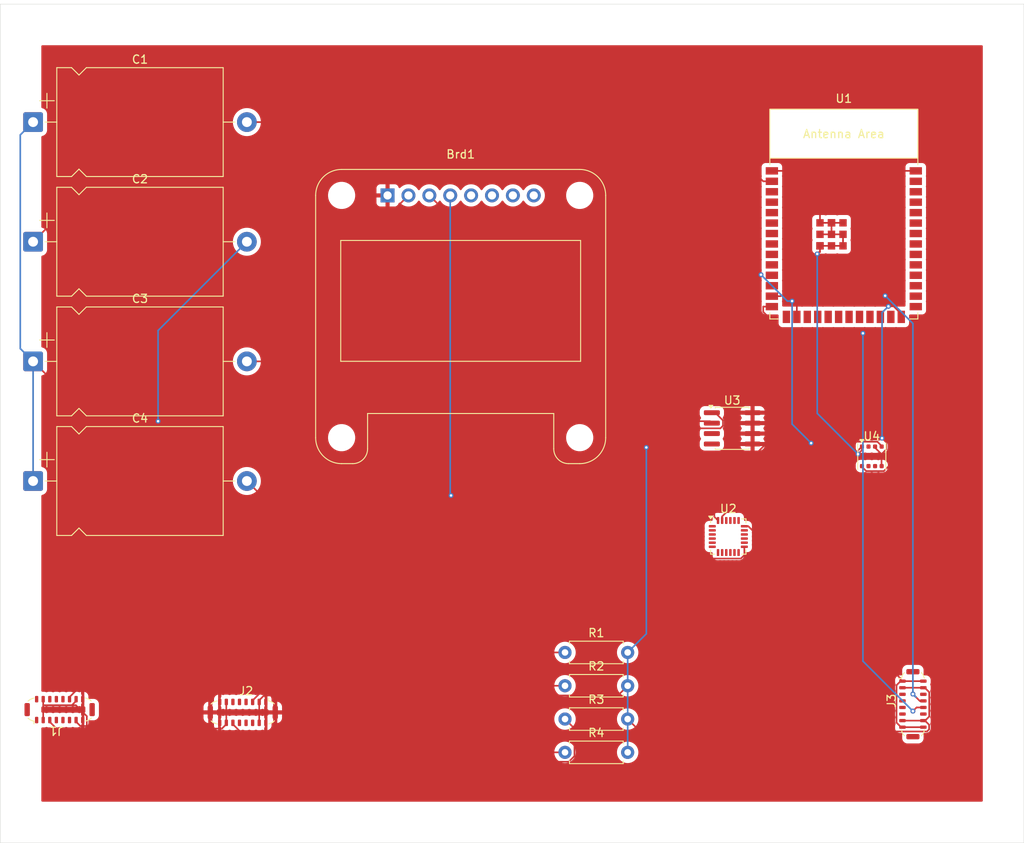
<source format=kicad_pcb>
(kicad_pcb (version 20241229) (generator "pcbnew") (generator_version "9.0")
  (layers (0 "F.Cu" signal) (2 "B.Cu" signal) (13 "F.Paste" user) (15 "B.Paste" user) (5 "F.SilkS" user "F.Silkscreen") (7 "B.SilkS" user "B.Silkscreen") (1 "F.Mask" user) (3 "B.Mask" user) (25 "Edge.Cuts" user))
  (net 0 "")
  (net 1 "Net-(Brd1-VCC)")
  (net 2 "Net-(Brd1-GND)")
  (net 3 "Net-(Brd1-SCL)")
  (net 4 "Net-(Brd1-SDA)")
  (net 5 "Net-(U1-3V3)")
  (net 6 "Net-(U3-OUT)")
  (net 7 "Net-(U4-VDD)")
  (net 8 "Net-(U2-VDD)")
  (net 9 "Net-(J1-CC2)")
  (net 10 "Net-(J2-CC1)")
  (net 11 "Net-(J1-CC1)")
  (net 26 "Net-(J2-CC2)")
  (net 35 "Net-(U1-GPIO19{slash}U1RTS{slash}ADC2_CH8{slash}CLK_OUT2{slash}USB_D-)")
  (net 50 "Net-(U1-GPIO20{slash}U1CTS{slash}ADC2_CH9{slash}CLK_OUT1{slash}USB_D+)")
  (net 78 "Net-(U2-GND)")
  (net 79 "Net-(U3-VIN)")
  (footprint "Connector_USB:USB_C_Plug_ShenzhenJingTuoJin_918-118A2021Y40002_Vertical" (layer "F.Cu") (at 57 136.14 -90)
    (property "Reference" "J2" (at -2.6 -0.4 0) (layer "F.SilkS"))
    (property "Value" "USB_C_Receptacle_down")
    (pad "A1" smd roundrect (at -1.27 -2.8) (size 0.4 0.79) (layers "F.Cu" "F.Mask" "F.Paste") (net 2 "Net-(Brd1-GND)"))
    (pad "A4" smd roundrect (at -1.27 -2) (size 0.4 0.79) (layers "F.Cu" "F.Mask" "F.Paste") (net 79 "Net-(U3-VIN)"))
    (pad "A5" smd roundrect (at -1.27 -1.2) (size 0.4 0.79) (layers "F.Cu" "F.Mask" "F.Paste") (net 10 "Net-(J2-CC1)"))
    (pad "A6" smd roundrect (at -1.27 -0.4) (size 0.4 0.79) (layers "F.Cu" "F.Mask" "F.Paste"))
    (pad "A7" smd roundrect (at -1.27 0.4) (size 0.4 0.79) (layers "F.Cu" "F.Mask" "F.Paste"))
    (pad "A8" smd roundrect (at -1.27 1.2) (size 0.4 0.79) (layers "F.Cu" "F.Mask" "F.Paste"))
    (pad "A9" smd roundrect (at -1.27 2) (size 0.4 0.79) (layers "F.Cu" "F.Mask" "F.Paste") (net 79 "Net-(U3-VIN)"))
    (pad "A12" smd roundrect (at -1.27 2.8) (size 0.4 0.79) (layers "F.Cu" "F.Mask" "F.Paste") (net 2 "Net-(Brd1-GND)"))
    (pad "B1" smd roundrect (at 1.27 2.8) (size 0.4 0.79) (layers "F.Cu" "F.Mask" "F.Paste") (net 2 "Net-(Brd1-GND)"))
    (pad "B4" smd roundrect (at 1.27 2) (size 0.4 0.79) (layers "F.Cu" "F.Mask" "F.Paste") (net 79 "Net-(U3-VIN)"))
    (pad "B5" smd roundrect (at 1.27 1.2) (size 0.4 0.79) (layers "F.Cu" "F.Mask" "F.Paste") (net 26 "Net-(J2-CC2)"))
    (pad "B6" smd roundrect (at 1.27 0.4) (size 0.4 0.79) (layers "F.Cu" "F.Mask" "F.Paste"))
    (pad "B7" smd roundrect (at 1.27 -0.4) (size 0.4 0.79) (layers "F.Cu" "F.Mask" "F.Paste"))
    (pad "B8" smd roundrect (at 1.27 -1.2) (size 0.4 0.79) (layers "F.Cu" "F.Mask" "F.Paste"))
    (pad "B9" smd roundrect (at 1.27 -2) (size 0.4 0.79) (layers "F.Cu" "F.Mask" "F.Paste") (net 79 "Net-(U3-VIN)"))
    (pad "B12" smd roundrect (at 1.27 -2.8) (size 0.4 0.79) (layers "F.Cu" "F.Mask" "F.Paste") (net 2 "Net-(Brd1-GND)"))
    (pad "S1" smd roundrect (at 0 -3.95) (size 0.65 1.6) (layers "F.Cu" "F.Mask" "F.Paste") (net 2 "Net-(Brd1-GND)"))
    (pad "S1" smd roundrect (at 0 3.95) (size 0.65 1.6) (layers "F.Cu" "F.Mask" "F.Paste") (net 2 "Net-(Brd1-GND)"))
  )
  (footprint "Sensor_Motion:InvenSense_QFN-24_4x4mm_P0.5mm" (layer "F.Cu") (at 116.05 114.75)
    (property "Reference" "U2" (at 0 -3.375 0) (layer "F.SilkS"))
    (property "Value" "MPU-6000")
    (pad "1" smd roundrect (at -1.95 -1.25) (size 0.85 0.3) (layers "F.Cu" "F.Mask" "F.Paste"))
    (pad "2" smd roundrect (at -1.95 -0.75) (size 0.85 0.3) (layers "F.Cu" "F.Mask" "F.Paste"))
    (pad "3" smd roundrect (at -1.95 -0.25) (size 0.85 0.3) (layers "F.Cu" "F.Mask" "F.Paste"))
    (pad "4" smd roundrect (at -1.95 0.25) (size 0.85 0.3) (layers "F.Cu" "F.Mask" "F.Paste"))
    (pad "5" smd roundrect (at -1.95 0.75) (size 0.85 0.3) (layers "F.Cu" "F.Mask" "F.Paste"))
    (pad "6" smd roundrect (at -1.95 1.25) (size 0.85 0.3) (layers "F.Cu" "F.Mask" "F.Paste"))
    (pad "7" smd roundrect (at -1.25 1.95 90) (size 0.85 0.3) (layers "F.Cu" "F.Mask" "F.Paste"))
    (pad "8" smd roundrect (at -0.75 1.95 90) (size 0.85 0.3) (layers "F.Cu" "F.Mask" "F.Paste"))
    (pad "9" smd roundrect (at -0.25 1.95 90) (size 0.85 0.3) (layers "F.Cu" "F.Mask" "F.Paste"))
    (pad "10" smd roundrect (at 0.25 1.95 90) (size 0.85 0.3) (layers "F.Cu" "F.Mask" "F.Paste"))
    (pad "11" smd roundrect (at 0.75 1.95 90) (size 0.85 0.3) (layers "F.Cu" "F.Mask" "F.Paste"))
    (pad "12" smd roundrect (at 1.25 1.95 90) (size 0.85 0.3) (layers "F.Cu" "F.Mask" "F.Paste"))
    (pad "13" smd roundrect (at 1.95 1.25) (size 0.85 0.3) (layers "F.Cu" "F.Mask" "F.Paste") (net 8 "Net-(U2-VDD)"))
    (pad "14" smd roundrect (at 1.95 0.75) (size 0.85 0.3) (layers "F.Cu" "F.Mask" "F.Paste"))
    (pad "15" smd roundrect (at 1.95 0.25) (size 0.85 0.3) (layers "F.Cu" "F.Mask" "F.Paste"))
    (pad "16" smd roundrect (at 1.95 -0.25) (size 0.85 0.3) (layers "F.Cu" "F.Mask" "F.Paste"))
    (pad "17" smd roundrect (at 1.95 -0.75) (size 0.85 0.3) (layers "F.Cu" "F.Mask" "F.Paste"))
    (pad "18" smd roundrect (at 1.95 -1.25) (size 0.85 0.3) (layers "F.Cu" "F.Mask" "F.Paste") (net 78 "Net-(U2-GND)"))
    (pad "19" smd roundrect (at 1.25 -1.95 90) (size 0.85 0.3) (layers "F.Cu" "F.Mask" "F.Paste"))
    (pad "20" smd roundrect (at 0.75 -1.95 90) (size 0.85 0.3) (layers "F.Cu" "F.Mask" "F.Paste"))
    (pad "21" smd roundrect (at 0.25 -1.95 90) (size 0.85 0.3) (layers "F.Cu" "F.Mask" "F.Paste"))
    (pad "22" smd roundrect (at -0.25 -1.95 90) (size 0.85 0.3) (layers "F.Cu" "F.Mask" "F.Paste"))
    (pad "23" smd roundrect (at -0.75 -1.95 90) (size 0.85 0.3) (layers "F.Cu" "F.Mask" "F.Paste") (net 3 "Net-(Brd1-SCL)"))
    (pad "24" smd roundrect (at -1.25 -1.95 90) (size 0.85 0.3) (layers "F.Cu" "F.Mask" "F.Paste") (net 4 "Net-(Brd1-SDA)"))
    (zone (net 0) (net_name "") (layer "F.Cu") (connect_pads (clearance 0)) (min_thickness 0.254)
      (keepout (tracks not_allowed) (vias not_allowed) (pads not_allowed) (copperpour not_allowed) (footprints allowed))
      (fill (thermal_gap 0.508) (thermal_bridge_width 0.508))
      (polygon (pts (xy 114.675 113.425) (xy 117.425 113.425) (xy 117.425 116.075) (xy 114.675 116.075)))
    )
  )
  (footprint "Package_LGA:Bosch_LGA-8_3x3mm_P0.8mm_ClockwisePinNumbering" (layer "F.Cu") (at 133.5 105)
    (property "Reference" "U4" (at 0 -2.45 0) (layer "F.SilkS"))
    (property "Value" "BME680")
    (pad "1" smd roundrect (at -1.2 -1.1875) (size 0.5 0.525) (layers "F.Cu" "F.Mask" "F.Paste") (net 78 "Net-(U2-GND)"))
    (pad "2" smd roundrect (at -0.4 -1.1875) (size 0.5 0.525) (layers "F.Cu" "F.Mask" "F.Paste"))
    (pad "3" smd roundrect (at 0.4 -1.1875) (size 0.5 0.525) (layers "F.Cu" "F.Mask" "F.Paste") (net 4 "Net-(Brd1-SDA)"))
    (pad "4" smd roundrect (at 1.2 -1.1875) (size 0.5 0.525) (layers "F.Cu" "F.Mask" "F.Paste") (net 3 "Net-(Brd1-SCL)"))
    (pad "5" smd roundrect (at 1.2 1.1875) (size 0.5 0.525) (layers "F.Cu" "F.Mask" "F.Paste") (net 4 "Net-(Brd1-SDA)"))
    (pad "6" smd roundrect (at 0.4 1.1875) (size 0.5 0.525) (layers "F.Cu" "F.Mask" "F.Paste"))
    (pad "7" smd roundrect (at -0.4 1.1875) (size 0.5 0.525) (layers "F.Cu" "F.Mask" "F.Paste"))
    (pad "8" smd roundrect (at -1.2 1.1875) (size 0.5 0.525) (layers "F.Cu" "F.Mask" "F.Paste") (net 7 "Net-(U4-VDD)"))
  )
  (footprint "Connector_USB:USB_C_Plug_ShenzhenJingTuoJin_918-118A2021Y40002_Vertical" (layer "F.Cu") (at 34.73 135.8 90)
    (property "Reference" "J1" (at -2.6 -0.4 180) (layer "F.SilkS"))
    (property "Value" "USB_C_Receptacle_down")
    (pad "A1" smd roundrect (at -1.27 -2.8 180) (size 0.4 0.79) (layers "F.Cu" "F.Mask" "F.Paste") (net 2 "Net-(Brd1-GND)"))
    (pad "A4" smd roundrect (at -1.27 -2 180) (size 0.4 0.79) (layers "F.Cu" "F.Mask" "F.Paste") (net 79 "Net-(U3-VIN)"))
    (pad "A5" smd roundrect (at -1.27 -1.2 180) (size 0.4 0.79) (layers "F.Cu" "F.Mask" "F.Paste") (net 11 "Net-(J1-CC1)"))
    (pad "A6" smd roundrect (at -1.27 -0.4 180) (size 0.4 0.79) (layers "F.Cu" "F.Mask" "F.Paste"))
    (pad "A7" smd roundrect (at -1.27 0.4 180) (size 0.4 0.79) (layers "F.Cu" "F.Mask" "F.Paste"))
    (pad "A8" smd roundrect (at -1.27 1.2 180) (size 0.4 0.79) (layers "F.Cu" "F.Mask" "F.Paste"))
    (pad "A9" smd roundrect (at -1.27 2 180) (size 0.4 0.79) (layers "F.Cu" "F.Mask" "F.Paste") (net 79 "Net-(U3-VIN)"))
    (pad "A12" smd roundrect (at -1.27 2.8 180) (size 0.4 0.79) (layers "F.Cu" "F.Mask" "F.Paste") (net 2 "Net-(Brd1-GND)"))
    (pad "B1" smd roundrect (at 1.27 2.8 180) (size 0.4 0.79) (layers "F.Cu" "F.Mask" "F.Paste") (net 2 "Net-(Brd1-GND)"))
    (pad "B4" smd roundrect (at 1.27 2 180) (size 0.4 0.79) (layers "F.Cu" "F.Mask" "F.Paste") (net 79 "Net-(U3-VIN)"))
    (pad "B5" smd roundrect (at 1.27 1.2 180) (size 0.4 0.79) (layers "F.Cu" "F.Mask" "F.Paste") (net 9 "Net-(J1-CC2)"))
    (pad "B6" smd roundrect (at 1.27 0.4 180) (size 0.4 0.79) (layers "F.Cu" "F.Mask" "F.Paste"))
    (pad "B7" smd roundrect (at 1.27 -0.4 180) (size 0.4 0.79) (layers "F.Cu" "F.Mask" "F.Paste"))
    (pad "B8" smd roundrect (at 1.27 -1.2 180) (size 0.4 0.79) (layers "F.Cu" "F.Mask" "F.Paste"))
    (pad "B9" smd roundrect (at 1.27 -2 180) (size 0.4 0.79) (layers "F.Cu" "F.Mask" "F.Paste") (net 79 "Net-(U3-VIN)"))
    (pad "B12" smd roundrect (at 1.27 -2.8 180) (size 0.4 0.79) (layers "F.Cu" "F.Mask" "F.Paste") (net 2 "Net-(Brd1-GND)"))
    (pad "S1" smd roundrect (at 0 -3.95 180) (size 0.65 1.6) (layers "F.Cu" "F.Mask" "F.Paste"))
    (pad "S1" smd roundrect (at 0 3.95 180) (size 0.65 1.6) (layers "F.Cu" "F.Mask" "F.Paste"))
  )
  (footprint "Package_SO:SOIC-8_3.9x4.9mm_P1.27mm" (layer "F.Cu") (at 116.525 101.595)
    (property "Reference" "U3" (at 0 -3.4 0) (layer "F.SilkS"))
    (property "Value" "XL1509-3.3")
    (pad "1" smd roundrect (at -2.475 -1.905) (size 1.95 0.6) (layers "F.Cu" "F.Mask" "F.Paste") (net 79 "Net-(U3-VIN)"))
    (pad "2" smd roundrect (at -2.475 -0.635) (size 1.95 0.6) (layers "F.Cu" "F.Mask" "F.Paste") (net 6 "Net-(U3-OUT)"))
    (pad "3" smd roundrect (at -2.475 0.635) (size 1.95 0.6) (layers "F.Cu" "F.Mask" "F.Paste"))
    (pad "4" smd roundrect (at -2.475 1.905) (size 1.95 0.6) (layers "F.Cu" "F.Mask" "F.Paste"))
    (pad "5" smd roundrect (at 2.475 1.905) (size 1.95 0.6) (layers "F.Cu" "F.Mask" "F.Paste") (net 2 "Net-(Brd1-GND)"))
    (pad "6" smd roundrect (at 2.475 0.635) (size 1.95 0.6) (layers "F.Cu" "F.Mask" "F.Paste") (net 2 "Net-(Brd1-GND)"))
    (pad "7" smd roundrect (at 2.475 -0.635) (size 1.95 0.6) (layers "F.Cu" "F.Mask" "F.Paste") (net 2 "Net-(Brd1-GND)"))
    (pad "8" smd roundrect (at 2.475 -1.905) (size 1.95 0.6) (layers "F.Cu" "F.Mask" "F.Paste") (net 2 "Net-(Brd1-GND)"))
  )
  (footprint "Capacitor_THT:CP_Axial_L20.0mm_D13.0mm_P26.00mm_Horizontal" (layer "F.Cu") (at 31.5 64.35)
    (property "Reference" "C1" (at 13 -7.62 0) (layer "F.SilkS"))
    (property "Value" "C")
    (pad "1" thru_hole roundrect (at 0 0) (size 2.4 2.4) (drill 1.2) (layers "*.Cu" "*.Mask") (roundrect_rratio 0.104167) (net 6 "Net-(U3-OUT)"))
    (pad "2" thru_hole circle (at 26 0) (size 2.4 2.4) (drill 1.2) (layers "*.Cu" "*.Mask") (net 5 "Net-(U1-3V3)"))
  )
  (footprint "Capacitor_THT:CP_Axial_L20.0mm_D13.0mm_P26.00mm_Horizontal" (layer "F.Cu") (at 31.5 78.9)
    (property "Reference" "C2" (at 13 -7.62 0) (layer "F.SilkS"))
    (property "Value" "C")
    (pad "1" thru_hole roundrect (at 0 0) (size 2.4 2.4) (drill 1.2) (layers "*.Cu" "*.Mask") (roundrect_rratio 0.104167) (net 1 "Net-(Brd1-VCC)"))
    (pad "2" thru_hole circle (at 26 0) (size 2.4 2.4) (drill 1.2) (layers "*.Cu" "*.Mask") (net 6 "Net-(U3-OUT)"))
  )
  (footprint "Connector_USB:USB_C_Plug_ShenzhenJingTuoJin_918-118A2021Y40002_Vertical" (layer "F.Cu") (at 138.5 135.14)
    (property "Reference" "J3" (at -2.6 -0.4 90) (layer "F.SilkS"))
    (property "Value" "USB_C_Receptacle_up")
    (pad "A1" smd roundrect (at -1.27 -2.8 90) (size 0.4 0.79) (layers "F.Cu" "F.Mask" "F.Paste") (net 78 "Net-(U2-GND)"))
    (pad "A4" smd roundrect (at -1.27 -2 90) (size 0.4 0.79) (layers "F.Cu" "F.Mask" "F.Paste") (net 79 "Net-(U3-VIN)"))
    (pad "A5" smd roundrect (at -1.27 -1.2 90) (size 0.4 0.79) (layers "F.Cu" "F.Mask" "F.Paste"))
    (pad "A6" smd roundrect (at -1.27 -0.4 90) (size 0.4 0.79) (layers "F.Cu" "F.Mask" "F.Paste"))
    (pad "A7" smd roundrect (at -1.27 0.4 90) (size 0.4 0.79) (layers "F.Cu" "F.Mask" "F.Paste"))
    (pad "A8" smd roundrect (at -1.27 1.2 90) (size 0.4 0.79) (layers "F.Cu" "F.Mask" "F.Paste"))
    (pad "A9" smd roundrect (at -1.27 2 90) (size 0.4 0.79) (layers "F.Cu" "F.Mask" "F.Paste") (net 79 "Net-(U3-VIN)"))
    (pad "A12" smd roundrect (at -1.27 2.8 90) (size 0.4 0.79) (layers "F.Cu" "F.Mask" "F.Paste") (net 78 "Net-(U2-GND)"))
    (pad "B1" smd roundrect (at 1.27 2.8 90) (size 0.4 0.79) (layers "F.Cu" "F.Mask" "F.Paste") (net 78 "Net-(U2-GND)"))
    (pad "B4" smd roundrect (at 1.27 2 90) (size 0.4 0.79) (layers "F.Cu" "F.Mask" "F.Paste") (net 79 "Net-(U3-VIN)"))
    (pad "B5" smd roundrect (at 1.27 1.2 90) (size 0.4 0.79) (layers "F.Cu" "F.Mask" "F.Paste"))
    (pad "B6" smd roundrect (at 1.27 0.4 90) (size 0.4 0.79) (layers "F.Cu" "F.Mask" "F.Paste") (net 50 "Net-(U1-GPIO20{slash}U1CTS{slash}ADC2_CH9{slash}CLK_OUT1{slash}USB_D+)"))
    (pad "B7" smd roundrect (at 1.27 -0.4 90) (size 0.4 0.79) (layers "F.Cu" "F.Mask" "F.Paste") (net 35 "Net-(U1-GPIO19{slash}U1RTS{slash}ADC2_CH8{slash}CLK_OUT2{slash}USB_D-)"))
    (pad "B8" smd roundrect (at 1.27 -1.2 90) (size 0.4 0.79) (layers "F.Cu" "F.Mask" "F.Paste"))
    (pad "B9" smd roundrect (at 1.27 -2 90) (size 0.4 0.79) (layers "F.Cu" "F.Mask" "F.Paste") (net 79 "Net-(U3-VIN)"))
    (pad "B12" smd roundrect (at 1.27 -2.8 90) (size 0.4 0.79) (layers "F.Cu" "F.Mask" "F.Paste") (net 78 "Net-(U2-GND)"))
    (pad "S1" smd roundrect (at 0 -3.95 90) (size 0.65 1.6) (layers "F.Cu" "F.Mask" "F.Paste"))
    (pad "S1" smd roundrect (at 0 3.95 90) (size 0.65 1.6) (layers "F.Cu" "F.Mask" "F.Paste"))
  )
  (footprint "Display:Adafruit_SSD1306" (layer "F.Cu") (at 74.61 73.265)
    (property "Reference" "Brd1" (at 8.89 -5 0) (layer "F.SilkS"))
    (property "Value" "SSD1306")
    (pad "" np_thru_hole circle (at -5.588 0) (size 2.7 2.7) (drill 2.7) (layers "*.Cu" "*.Mask"))
    (pad "" np_thru_hole circle (at -5.588 29.464) (size 2.7 2.7) (drill 2.7) (layers "*.Cu" "*.Mask"))
    (pad "" np_thru_hole circle (at 23.368 0) (size 2.7 2.7) (drill 2.7) (layers "*.Cu" "*.Mask"))
    (pad "" np_thru_hole circle (at 23.368 29.464) (size 2.7 2.7) (drill 2.7) (layers "*.Cu" "*.Mask"))
    (pad "1" thru_hole rect (at 0 0) (size 1.7 1.7) (drill 1) (layers "*.Cu" "*.Mask") (net 2 "Net-(Brd1-GND)"))
    (pad "2" thru_hole circle (at 2.54 0) (size 1.7 1.7) (drill 1) (layers "*.Cu" "*.Mask") (net 1 "Net-(Brd1-VCC)"))
    (pad "3" thru_hole circle (at 5.08 0) (size 1.7 1.7) (drill 1) (layers "*.Cu" "*.Mask") (net 3 "Net-(Brd1-SCL)"))
    (pad "4" thru_hole circle (at 7.62 0) (size 1.7 1.7) (drill 1) (layers "*.Cu" "*.Mask") (net 4 "Net-(Brd1-SDA)"))
    (pad "5" thru_hole circle (at 10.16 0) (size 1.7 1.7) (drill 1) (layers "*.Cu" "*.Mask"))
    (pad "6" thru_hole circle (at 12.7 0) (size 1.7 1.7) (drill 1) (layers "*.Cu" "*.Mask"))
    (pad "7" thru_hole circle (at 15.24 0) (size 1.7 1.7) (drill 1) (layers "*.Cu" "*.Mask"))
    (pad "8" thru_hole circle (at 17.78 0) (size 1.7 1.7) (drill 1) (layers "*.Cu" "*.Mask"))
  )
  (footprint "Capacitor_THT:CP_Axial_L20.0mm_D13.0mm_P26.00mm_Horizontal" (layer "F.Cu") (at 31.5 108)
    (property "Reference" "C4" (at 13 -7.62 0) (layer "F.SilkS"))
    (property "Value" "C")
    (pad "1" thru_hole roundrect (at 0 0) (size 2.4 2.4) (drill 1.2) (layers "*.Cu" "*.Mask") (roundrect_rratio 0.104167) (net 6 "Net-(U3-OUT)"))
    (pad "2" thru_hole circle (at 26 0) (size 2.4 2.4) (drill 1.2) (layers "*.Cu" "*.Mask") (net 8 "Net-(U2-VDD)"))
  )
  (footprint "Resistor_THT:R_Axial_DIN0207_L6.3mm_D2.5mm_P7.62mm_Horizontal" (layer "F.Cu") (at 96.19 136.95)
    (property "Reference" "R3" (at 3.81 -2.37 0) (layer "F.SilkS"))
    (property "Value" "R")
    (pad "1" thru_hole circle (at 0 0) (size 1.6 1.6) (drill 0.8) (layers "*.Cu" "*.Mask") (net 11 "Net-(J1-CC1)"))
    (pad "2" thru_hole circle (at 7.62 0) (size 1.6 1.6) (drill 0.8) (layers "*.Cu" "*.Mask") (net 79 "Net-(U3-VIN)"))
  )
  (footprint "Resistor_THT:R_Axial_DIN0207_L6.3mm_D2.5mm_P7.62mm_Horizontal" (layer "F.Cu") (at 96.19 141)
    (property "Reference" "R4" (at 3.81 -2.37 0) (layer "F.SilkS"))
    (property "Value" "R")
    (pad "1" thru_hole circle (at 0 0) (size 1.6 1.6) (drill 0.8) (layers "*.Cu" "*.Mask") (net 26 "Net-(J2-CC2)"))
    (pad "2" thru_hole circle (at 7.62 0) (size 1.6 1.6) (drill 0.8) (layers "*.Cu" "*.Mask") (net 79 "Net-(U3-VIN)"))
  )
  (footprint "Resistor_THT:R_Axial_DIN0207_L6.3mm_D2.5mm_P7.62mm_Horizontal" (layer "F.Cu") (at 96.19 132.9)
    (property "Reference" "R2" (at 3.81 -2.37 0) (layer "F.SilkS"))
    (property "Value" "R")
    (pad "1" thru_hole circle (at 0 0) (size 1.6 1.6) (drill 0.8) (layers "*.Cu" "*.Mask") (net 10 "Net-(J2-CC1)"))
    (pad "2" thru_hole circle (at 7.62 0) (size 1.6 1.6) (drill 0.8) (layers "*.Cu" "*.Mask") (net 79 "Net-(U3-VIN)"))
  )
  (footprint "Capacitor_THT:CP_Axial_L20.0mm_D13.0mm_P26.00mm_Horizontal" (layer "F.Cu") (at 31.5 93.45)
    (property "Reference" "C3" (at 13 -7.62 0) (layer "F.SilkS"))
    (property "Value" "C")
    (pad "1" thru_hole roundrect (at 0 0) (size 2.4 2.4) (drill 1.2) (layers "*.Cu" "*.Mask") (roundrect_rratio 0.104167) (net 6 "Net-(U3-OUT)"))
    (pad "2" thru_hole circle (at 26 0) (size 2.4 2.4) (drill 1.2) (layers "*.Cu" "*.Mask") (net 7 "Net-(U4-VDD)"))
  )
  (footprint "Espressif:ESP32-S3-WROOM-1" (layer "F.Cu") (at 130.1 78.54)
    (property "Reference" "U1" (at 0 -17.05 0) (layer "F.SilkS"))
    (property "Value" "ESP32-S3-WROOM-1")
    (fp_text user "Antenna Area" (at 0 -12.75 0) (layer "F.SilkS"))
    (pad "1" smd rect (at -8.75 -8.26) (size 1.5 0.9) (layers "F.Cu" "F.Mask" "F.Paste") (net 78 "Net-(U2-GND)"))
    (pad "2" smd rect (at -8.75 -6.99) (size 1.5 0.9) (layers "F.Cu" "F.Mask" "F.Paste") (net 5 "Net-(U1-3V3)"))
    (pad "3" smd rect (at -8.75 -5.72) (size 1.5 0.9) (layers "F.Cu" "F.Mask" "F.Paste"))
    (pad "4" smd rect (at -8.75 -4.45) (size 1.5 0.9) (layers "F.Cu" "F.Mask" "F.Paste"))
    (pad "5" smd rect (at -8.75 -3.18) (size 1.5 0.9) (layers "F.Cu" "F.Mask" "F.Paste"))
    (pad "6" smd rect (at -8.75 -1.91) (size 1.5 0.9) (layers "F.Cu" "F.Mask" "F.Paste"))
    (pad "7" smd rect (at -8.75 -0.64) (size 1.5 0.9) (layers "F.Cu" "F.Mask" "F.Paste"))
    (pad "8" smd rect (at -8.75 0.63) (size 1.5 0.9) (layers "F.Cu" "F.Mask" "F.Paste"))
    (pad "9" smd rect (at -8.75 1.9) (size 1.5 0.9) (layers "F.Cu" "F.Mask" "F.Paste"))
    (pad "10" smd rect (at -8.75 3.17) (size 1.5 0.9) (layers "F.Cu" "F.Mask" "F.Paste"))
    (pad "11" smd rect (at -8.75 4.44) (size 1.5 0.9) (layers "F.Cu" "F.Mask" "F.Paste"))
    (pad "12" smd rect (at -8.75 5.71) (size 1.5 0.9) (layers "F.Cu" "F.Mask" "F.Paste"))
    (pad "13" smd rect (at -8.75 6.98) (size 1.5 0.9) (layers "F.Cu" "F.Mask" "F.Paste") (net 35 "Net-(U1-GPIO19{slash}U1RTS{slash}ADC2_CH8{slash}CLK_OUT2{slash}USB_D-)"))
    (pad "14" smd rect (at -8.75 8.25) (size 1.5 0.9) (layers "F.Cu" "F.Mask" "F.Paste") (net 50 "Net-(U1-GPIO20{slash}U1CTS{slash}ADC2_CH9{slash}CLK_OUT1{slash}USB_D+)"))
    (pad "15" smd rect (at -6.985 9.5 90) (size 1.5 0.9) (layers "F.Cu" "F.Mask" "F.Paste"))
    (pad "16" smd rect (at -5.715 9.5 90) (size 1.5 0.9) (layers "F.Cu" "F.Mask" "F.Paste") (net 3 "Net-(Brd1-SCL)"))
    (pad "17" smd rect (at -4.445 9.5 90) (size 1.5 0.9) (layers "F.Cu" "F.Mask" "F.Paste"))
    (pad "18" smd rect (at -3.175 9.5 90) (size 1.5 0.9) (layers "F.Cu" "F.Mask" "F.Paste"))
    (pad "19" smd rect (at -1.905 9.5 90) (size 1.5 0.9) (layers "F.Cu" "F.Mask" "F.Paste"))
    (pad "20" smd rect (at -0.635 9.5 90) (size 1.5 0.9) (layers "F.Cu" "F.Mask" "F.Paste"))
    (pad "21" smd rect (at 0.635 9.5 90) (size 1.5 0.9) (layers "F.Cu" "F.Mask" "F.Paste"))
    (pad "22" smd rect (at 1.905 9.5 90) (size 1.5 0.9) (layers "F.Cu" "F.Mask" "F.Paste"))
    (pad "23" smd rect (at 3.175 9.5 90) (size 1.5 0.9) (layers "F.Cu" "F.Mask" "F.Paste"))
    (pad "24" smd rect (at 4.445 9.5 90) (size 1.5 0.9) (layers "F.Cu" "F.Mask" "F.Paste"))
    (pad "25" smd rect (at 5.715 9.5 90) (size 1.5 0.9) (layers "F.Cu" "F.Mask" "F.Paste"))
    (pad "26" smd rect (at 6.985 9.5 90) (size 1.5 0.9) (layers "F.Cu" "F.Mask" "F.Paste") (net 4 "Net-(Brd1-SDA)"))
    (pad "27" smd rect (at 8.75 8.25 180) (size 1.5 0.9) (layers "F.Cu" "F.Mask" "F.Paste"))
    (pad "28" smd rect (at 8.75 6.98 180) (size 1.5 0.9) (layers "F.Cu" "F.Mask" "F.Paste"))
    (pad "29" smd rect (at 8.75 5.71 180) (size 1.5 0.9) (layers "F.Cu" "F.Mask" "F.Paste"))
    (pad "30" smd rect (at 8.75 4.44 180) (size 1.5 0.9) (layers "F.Cu" "F.Mask" "F.Paste"))
    (pad "31" smd rect (at 8.75 3.17 180) (size 1.5 0.9) (layers "F.Cu" "F.Mask" "F.Paste"))
    (pad "32" smd rect (at 8.75 1.9 180) (size 1.5 0.9) (layers "F.Cu" "F.Mask" "F.Paste"))
    (pad "33" smd rect (at 8.75 0.63 180) (size 1.5 0.9) (layers "F.Cu" "F.Mask" "F.Paste"))
    (pad "34" smd rect (at 8.75 -0.64 180) (size 1.5 0.9) (layers "F.Cu" "F.Mask" "F.Paste"))
    (pad "35" smd rect (at 8.75 -1.91 180) (size 1.5 0.9) (layers "F.Cu" "F.Mask" "F.Paste"))
    (pad "36" smd rect (at 8.75 -3.18 180) (size 1.5 0.9) (layers "F.Cu" "F.Mask" "F.Paste"))
    (pad "37" smd rect (at 8.75 -4.45 180) (size 1.5 0.9) (layers "F.Cu" "F.Mask" "F.Paste"))
    (pad "38" smd rect (at 8.75 -5.72 180) (size 1.5 0.9) (layers "F.Cu" "F.Mask" "F.Paste"))
    (pad "39" smd rect (at 8.75 -6.99 180) (size 1.5 0.9) (layers "F.Cu" "F.Mask" "F.Paste"))
    (pad "40" smd rect (at 8.75 -8.26 180) (size 1.5 0.9) (layers "F.Cu" "F.Mask" "F.Paste") (net 78 "Net-(U2-GND)"))
    (pad "41" smd rect (at -2.9 -1.94 180) (size 0.9 0.9) (layers "F.Cu" "F.Mask" "F.Paste") (net 78 "Net-(U2-GND)"))
    (pad "41" smd rect (at -2.9 -0.54 180) (size 0.9 0.9) (layers "F.Cu" "F.Mask" "F.Paste") (net 78 "Net-(U2-GND)"))
    (pad "41" smd rect (at -2.9 0.86 180) (size 0.9 0.9) (layers "F.Cu" "F.Mask" "F.Paste") (net 78 "Net-(U2-GND)"))
    (pad "41" smd rect (at -2.9 0.86 180) (size 0.9 0.9) (layers "F.Cu" "F.Mask" "F.Paste") (net 78 "Net-(U2-GND)"))
    (pad "41" smd rect (at -1.5 -1.94 180) (size 0.9 0.9) (layers "F.Cu" "F.Mask" "F.Paste") (net 78 "Net-(U2-GND)"))
    (pad "41" smd rect (at -1.5 -1.94 180) (size 0.9 0.9) (layers "F.Cu" "F.Mask" "F.Paste") (net 78 "Net-(U2-GND)"))
    (pad "41" smd rect (at -1.5 -0.54 180) (size 0.9 0.9) (layers "F.Cu" "F.Mask" "F.Paste") (net 78 "Net-(U2-GND)"))
    (pad "41" smd rect (at -1.5 0.86 180) (size 0.9 0.9) (layers "F.Cu" "F.Mask" "F.Paste") (net 78 "Net-(U2-GND)"))
    (pad "41" smd rect (at -0.1 -1.94 180) (size 0.9 0.9) (layers "F.Cu" "F.Mask" "F.Paste") (net 78 "Net-(U2-GND)"))
    (pad "41" smd rect (at -0.1 -0.54 180) (size 0.9 0.9) (layers "F.Cu" "F.Mask" "F.Paste") (net 78 "Net-(U2-GND)"))
    (pad "41" smd rect (at -0.1 0.86 180) (size 0.9 0.9) (layers "F.Cu" "F.Mask" "F.Paste") (net 78 "Net-(U2-GND)"))
    (zone (net 0) (net_name "") (layers "F.Cu" "B.Cu") (name "antenna keepout") (connect_pads (clearance 0)) (min_thickness 0.254)
      (keepout (tracks not_allowed) (vias not_allowed) (pads not_allowed) (copperpour not_allowed) (footprints not_allowed))
      (fill (thermal_gap 0.508) (thermal_bridge_width 0.508))
      (polygon (pts (xy 139.1 68.74) (xy 121.1 68.74) (xy 121.1 62.79) (xy 139.1 62.79)))
    )
  )
  (footprint "Resistor_THT:R_Axial_DIN0207_L6.3mm_D2.5mm_P7.62mm_Horizontal" (layer "F.Cu") (at 96.19 128.85)
    (property "Reference" "R1" (at 3.81 -2.37 0) (layer "F.SilkS"))
    (property "Value" "R")
    (pad "1" thru_hole circle (at 0 0) (size 1.6 1.6) (drill 0.8) (layers "*.Cu" "*.Mask") (net 9 "Net-(J1-CC2)"))
    (pad "2" thru_hole circle (at 7.62 0) (size 1.6 1.6) (drill 0.8) (layers "*.Cu" "*.Mask") (net 79 "Net-(U3-VIN)"))
  )
  (gr_rect (start 27.5 50) (end 152 152) (stroke (width 0.05)) (fill no) (layer "Edge.Cuts"))
  (segment (start 77.15 73.265) (end 75.1547 75.2603) (width 0.2) (layer "F.Cu") (net 1))
  (segment (start 75.1547 75.2603) (end 35.1397 75.2603) (width 0.2) (layer "F.Cu") (net 1))
  (segment (start 35.1397 75.2603) (end 31.5 78.9) (width 0.2) (layer "F.Cu") (net 1))
  (segment (start 126.1233 103.3914) (end 126.2944 103.2203) (width 0.2) (layer "F.Cu") (net 3))
  (segment (start 120.0211 82.91) (end 89.335 82.91) (width 0.2) (layer "F.Cu") (net 3))
  (segment (start 124.385 88.04) (end 124.385 86.6919) (width 0.2) (layer "F.Cu") (net 3))
  (segment (start 124.385 86.6919) (end 123.8081 86.115) (width 0.2) (layer "F.Cu") (net 3))
  (segment (start 134.1819 103.2203) (end 134.7 103.7384) (width 0.2) (layer "F.Cu") (net 3))
  (segment (start 115.3 112.3052) (end 115.3 112.8) (width 0.2) (layer "F.Cu") (net 3))
  (segment (start 126.1233 103.3914) (end 124.2138 103.3914) (width 0.2) (layer "F.Cu") (net 3))
  (segment (start 134.7 103.7384) (end 134.7 103.8125) (width 0.2) (layer "F.Cu") (net 3))
  (segment (start 126.2944 103.2203) (end 134.1819 103.2203) (width 0.2) (layer "F.Cu") (net 3))
  (segment (start 89.335 82.91) (end 79.69 73.265) (width 0.2) (layer "F.Cu") (net 3))
  (segment (start 124.2138 103.3914) (end 115.3 112.3052) (width 0.2) (layer "F.Cu") (net 3))
  (via (at 126.1233 103.3914) (size 0.6) (drill 0.3) (layers "F.Cu" "B.Cu") (net 3))
  (via (at 120.0211 82.91) (size 0.6) (drill 0.3) (layers "F.Cu" "B.Cu") (net 3))
  (via (at 123.8081 86.115) (size 0.6) (drill 0.3) (layers "F.Cu" "B.Cu") (net 3))
  (segment (start 123.8081 101.0762) (end 126.1233 103.3914) (width 0.2) (layer "B.Cu") (net 3))
  (segment (start 123.2261 86.115) (end 120.0211 82.91) (width 0.2) (layer "B.Cu") (net 3))
  (segment (start 123.8081 86.115) (end 123.2261 86.115) (width 0.2) (layer "B.Cu") (net 3))
  (segment (start 123.8081 86.115) (end 123.8081 101.0762) (width 0.2) (layer "B.Cu") (net 3))
  (segment (start 134.6825 104.7357) (end 134.6825 106.17) (width 0.2) (layer "F.Cu") (net 4))
  (segment (start 121.3285 102.7862) (end 134.7467 102.7862) (width 0.2) (layer "F.Cu") (net 4))
  (segment (start 114.3547 109.76) (end 121.3285 102.7862) (width 0.2) (layer "F.Cu") (net 4))
  (segment (start 114.3547 109.76) (end 82.3284 109.76) (width 0.2) (layer "F.Cu") (net 4))
  (segment (start 133.9 103.8125) (end 133.9 103.9532) (width 0.2) (layer "F.Cu") (net 4))
  (segment (start 135.2728 104.1454) (end 134.6825 104.7357) (width 0.2) (layer "F.Cu") (net 4))
  (segment (start 137.085 87.6833) (end 136.1542 86.7525) (width 0.2) (layer "F.Cu") (net 4))
  (segment (start 135.2728 103.3123) (end 135.2728 104.1454) (width 0.2) (layer "F.Cu") (net 4))
  (segment (start 114.3547 109.76) (end 114.3547 112.3547) (width 0.2) (layer "F.Cu") (net 4))
  (segment (start 134.7467 102.7862) (end 135.2728 103.3123) (width 0.2) (layer "F.Cu") (net 4))
  (segment (start 114.3547 112.3547) (end 114.8 112.8) (width 0.2) (layer "F.Cu") (net 4))
  (segment (start 134.6825 106.17) (end 134.7 106.1875) (width 0.2) (layer "F.Cu") (net 4))
  (segment (start 133.9 103.9532) (end 134.6825 104.7357) (width 0.2) (layer "F.Cu") (net 4))
  (segment (start 137.085 88.04) (end 137.085 87.6833) (width 0.2) (layer "F.Cu") (net 4))
  (segment (start 134.7467 102.6894) (end 134.7467 102.7862) (width 0.2) (layer "F.Cu") (net 4))
  (segment (start 136.1542 86.7525) (end 135.5186 86.7525) (width 0.2) (layer "F.Cu") (net 4))
  (segment (start 134.7467 102.6894) (end 134.7467 102.7862) (width 0.2) (layer "F.Cu") (net 4))
  (via (at 135.5186 86.7525) (size 0.6) (drill 0.3) (layers "F.Cu" "B.Cu") (net 4))
  (via (at 82.3284 109.76) (size 0.6) (drill 0.3) (layers "F.Cu" "B.Cu") (net 4))
  (via (at 134.7467 102.7862) (size 0.6) (drill 0.3) (layers "F.Cu" "B.Cu") (net 4))
  (segment (start 82.23 73.265) (end 82.23 109.6616) (width 0.2) (layer "B.Cu") (net 4))
  (segment (start 82.23 109.6616) (end 82.3284 109.76) (width 0.2) (layer "B.Cu") (net 4))
  (segment (start 134.7467 102.6894) (end 134.7467 102.7862) (width 0.2) (layer "B.Cu") (net 4))
  (segment (start 135.5186 86.7525) (end 134.7467 87.5244) (width 0.2) (layer "B.Cu") (net 4))
  (segment (start 134.7467 87.5244) (end 134.7467 102.6894) (width 0.2) (layer "B.Cu") (net 4))
  (segment (start 121.35 71.55) (end 120.2983 71.55) (width 0.2) (layer "F.Cu") (net 5))
  (segment (start 120.2983 71.55) (end 113.0983 64.35) (width 0.2) (layer "F.Cu") (net 5))
  (segment (start 113.0983 64.35) (end 57.5 64.35) (width 0.2) (layer "F.Cu") (net 5))
  (segment (start 46.6992 100.7267) (end 113.8167 100.7267) (width 0.2) (layer "F.Cu") (net 6))
  (segment (start 38.7767 100.7267) (end 46.6992 100.7267) (width 0.2) (layer "F.Cu") (net 6))
  (segment (start 31.5 93.45) (end 38.7767 100.7267) (width 0.2) (layer "F.Cu") (net 6))
  (segment (start 113.8167 100.7267) (end 114.05 100.96) (width 0.2) (layer "F.Cu") (net 6))
  (via (at 46.6992 100.7267) (size 0.6) (drill 0.3) (layers "F.Cu" "B.Cu") (net 6))
  (segment (start 29.9421 65.9079) (end 29.9421 91.8921) (width 0.2) (layer "B.Cu") (net 6))
  (segment (start 31.5 93.45) (end 31.5 108) (width 0.2) (layer "B.Cu") (net 6))
  (segment (start 29.9421 91.8921) (end 31.5 93.45) (width 0.2) (layer "B.Cu") (net 6))
  (segment (start 57.5 78.9) (end 46.6992 89.7008) (width 0.2) (layer "B.Cu") (net 6))
  (segment (start 31.5 64.35) (end 29.9421 65.9079) (width 0.2) (layer "B.Cu") (net 6))
  (segment (start 46.6992 89.7008) (end 46.6992 100.7267) (width 0.2) (layer "B.Cu") (net 6))
  (segment (start 132.8219 106.7947) (end 134.9599 106.7947) (width 0.2) (layer "F.Cu") (net 7))
  (segment (start 135.706 106.0486) (end 135.706 102.7978) (width 0.2) (layer "F.Cu") (net 7))
  (segment (start 126.3582 93.45) (end 57.5 93.45) (width 0.2) (layer "F.Cu") (net 7))
  (segment (start 132.3 106.1875) (end 132.3 106.2728) (width 0.2) (layer "F.Cu") (net 7))
  (segment (start 134.9599 106.7947) (end 135.706 106.0486) (width 0.2) (layer "F.Cu") (net 7))
  (segment (start 135.706 102.7978) (end 126.3582 93.45) (width 0.2) (layer "F.Cu") (net 7))
  (segment (start 132.3 106.2728) (end 132.8219 106.7947) (width 0.2) (layer "F.Cu") (net 7))
  (segment (start 118 117.0075) (end 118 116) (width 0.2) (layer "F.Cu") (net 8))
  (segment (start 66.9282 117.4282) (end 117.5793 117.4282) (width 0.2) (layer "F.Cu") (net 8))
  (segment (start 117.5793 117.4282) (end 118 117.0075) (width 0.2) (layer "F.Cu") (net 8))
  (segment (start 57.5 108) (end 66.9282 117.4282) (width 0.2) (layer "F.Cu") (net 8))
  (segment (start 41.3561 128.85) (end 96.19 128.85) (width 0.2) (layer "F.Cu") (net 9))
  (segment (start 35.93 134.2761) (end 41.3561 128.85) (width 0.2) (layer "F.Cu") (net 9))
  (segment (start 35.93 134.53) (end 35.93 134.2761) (width 0.2) (layer "F.Cu") (net 9))
  (segment (start 59.9879 132.9) (end 58.2 134.6879) (width 0.2) (layer "F.Cu") (net 10))
  (segment (start 96.19 132.9) (end 59.9879 132.9) (width 0.2) (layer "F.Cu") (net 10))
  (segment (start 58.2 134.6879) (end 58.2 134.87) (width 0.2) (layer "F.Cu") (net 10))
  (segment (start 33.53 137.07) (end 33.53 137.294) (width 0.2) (layer "F.Cu") (net 11))
  (segment (start 38.3805 142.1445) (end 96.6471 142.1445) (width 0.2) (layer "F.Cu") (net 11))
  (segment (start 33.53 137.294) (end 38.3805 142.1445) (width 0.2) (layer "F.Cu") (net 11))
  (segment (start 97.3417 141.4499) (end 97.3417 138.1017) (width 0.2) (layer "F.Cu") (net 11))
  (segment (start 97.3417 138.1017) (end 96.19 136.95) (width 0.2) (layer "F.Cu") (net 11))
  (segment (start 96.6471 142.1445) (end 97.3417 141.4499) (width 0.2) (layer "F.Cu") (net 11))
  (segment (start 55.8 137.41) (end 55.8 137.5839) (width 0.2) (layer "F.Cu") (net 26))
  (segment (start 55.8 137.5839) (end 59.2161 141) (width 0.2) (layer "F.Cu") (net 26))
  (segment (start 59.2161 141) (end 96.19 141) (width 0.2) (layer "F.Cu") (net 26))
  (segment (start 122.4538 85.4679) (end 135.1251 85.4679) (width 0.2) (layer "F.Cu") (net 35))
  (segment (start 139.33 134.74) (end 139.77 134.74) (width 0.2) (layer "F.Cu") (net 35))
  (segment (start 138.8631 134.2731) (end 138.5 133.91) (width 0.2) (layer "F.Cu") (net 35))
  (segment (start 122.4017 85.52) (end 122.4538 85.4679) (width 0.2) (layer "F.Cu") (net 35))
  (segment (start 138.5 133.91) (end 138.8631 134.2731) (width 0.2) (layer "F.Cu") (net 35))
  (segment (start 138.5 133.91) (end 139.33 134.74) (width 0.2) (layer "F.Cu") (net 35))
  (segment (start 121.35 85.52) (end 122.4017 85.52) (width 0.2) (layer "F.Cu") (net 35))
  (via (at 138.5 133.91) (size 0.6) (drill 0.3) (layers "F.Cu" "B.Cu") (net 35))
  (via (at 135.1251 85.4679) (size 0.6) (drill 0.3) (layers "F.Cu" "B.Cu") (net 35))
  (segment (start 138.5 133.91) (end 138.5 88.8428) (width 0.2) (layer "B.Cu") (net 35))
  (segment (start 138.5 133.91) (end 138.8631 134.2731) (width 0.2) (layer "B.Cu") (net 35))
  (segment (start 138.8631 134.2731) (end 138.5 133.91) (width 0.2) (layer "B.Cu") (net 35))
  (segment (start 138.5 88.8428) (end 135.1251 85.4679) (width 0.2) (layer "B.Cu") (net 35))
  (segment (start 122.903 90.0337) (end 132.4223 90.0337) (width 0.2) (layer "F.Cu") (net 50))
  (segment (start 138.5 135.9852) (end 138.9452 135.54) (width 0.2) (layer "F.Cu") (net 50))
  (segment (start 120.2983 87.429) (end 122.903 90.0337) (width 0.2) (layer "F.Cu") (net 50))
  (segment (start 121.35 86.79) (end 120.2983 86.79) (width 0.2) (layer "F.Cu") (net 50))
  (segment (start 138.9452 135.54) (end 139.77 135.54) (width 0.2) (layer "F.Cu") (net 50))
  (segment (start 120.2983 86.79) (end 120.2983 87.429) (width 0.2) (layer "F.Cu") (net 50))
  (via (at 132.4223 90.0337) (size 0.6) (drill 0.3) (layers "F.Cu" "B.Cu") (net 50))
  (via (at 138.5 135.9852) (size 0.6) (drill 0.3) (layers "F.Cu" "B.Cu") (net 50))
  (segment (start 132.4223 129.9075) (end 138.5 135.9852) (width 0.2) (layer "B.Cu") (net 50))
  (segment (start 132.4223 90.0337) (end 132.4223 129.9075) (width 0.2) (layer "B.Cu") (net 50))
  (segment (start 130 76.6) (end 128.6 76.6) (width 0.2) (layer "F.Cu") (net 78))
  (segment (start 127.2 70.28) (end 127.2 76.6) (width 0.2) (layer "F.Cu") (net 78))
  (segment (start 118.4814 113.5) (end 120.547 115.5655) (width 0.2) (layer "F.Cu") (net 78))
  (segment (start 128.6 79.4) (end 127.2 79.4) (width 0.2) (layer "F.Cu") (net 78))
  (segment (start 127.2 70.28) (end 121.35 70.28) (width 0.2) (layer "F.Cu") (net 78))
  (segment (start 137.23 137.94) (end 137.0655 137.94) (width 0.2) (layer "F.Cu") (net 78))
  (segment (start 127.2 80.1517) (end 127.0987 80.1517) (width 0.2) (layer "F.Cu") (net 78))
  (segment (start 120.547 115.5655) (end 137.0035 132.0221) (width 0.2) (layer "F.Cu") (net 78))
  (segment (start 138.85 70.28) (end 127.2 70.28) (width 0.2) (layer "F.Cu") (net 78))
  (segment (start 136.5083 132.8352) (end 137.0035 132.34) (width 0.2) (layer "F.Cu") (net 78))
  (segment (start 120.547 115.5655) (end 132.3 103.8125) (width 0.2) (layer "F.Cu") (net 78))
  (segment (start 128.6 78) (end 130 78) (width 0.2) (layer "F.Cu") (net 78))
  (segment (start 126.8941 80.3563) (end 126.8649 80.3855) (width 0.2) (layer "F.Cu") (net 78))
  (segment (start 136.5083 137.3828) (end 136.5083 132.8352) (width 0.2) (layer "F.Cu") (net 78))
  (segment (start 131.8204 104.7277) (end 132.3 104.2481) (width 0.2) (layer "F.Cu") (net 78))
  (segment (start 130 78) (end 130 78.7517) (width 0.2) (layer "F.Cu") (net 78))
  (segment (start 128.6 76.6) (end 127.8483 76.6) (width 0.2) (layer "F.Cu") (net 78))
  (segment (start 130 79.4) (end 128.6 79.4) (width 0.2) (layer "F.Cu") (net 78))
  (segment (start 127.2 78) (end 128.6 78) (width 0.2) (layer "F.Cu") (net 78))
  (segment (start 127.2 76.6) (end 127.8483 76.6) (width 0.2) (layer "F.Cu") (net 78))
  (segment (start 128.6 76.6) (end 128.6 77.3517) (width 0.2) (layer "F.Cu") (net 78))
  (segment (start 137.0655 137.94) (end 136.5083 137.3828) (width 0.2) (layer "F.Cu") (net 78))
  (segment (start 127.2 79.4) (end 127.2 80.1517) (width 0.2) (layer "F.Cu") (net 78))
  (segment (start 139.77 137.94) (end 137.23 137.94) (width 0.2) (layer "F.Cu") (net 78))
  (segment (start 137.0035 132.34) (end 137.23 132.34) (width 0.2) (layer "F.Cu") (net 78))
  (segment (start 139.77 132.34) (end 137.23 132.34) (width 0.2) (layer "F.Cu") (net 78))
  (segment (start 132.3 104.2481) (end 132.3 103.8125) (width 0.2) (layer "F.Cu") (net 78))
  (segment (start 128.6 78) (end 128.6 77.3517) (width 0.2) (layer "F.Cu") (net 78))
  (segment (start 130 79.4) (end 130 78.7517) (width 0.2) (layer "F.Cu") (net 78))
  (segment (start 137.0035 132.0221) (end 137.0035 132.34) (width 0.2) (layer "F.Cu") (net 78))
  (segment (start 126.8649 80.3855) (end 126.8941 80.3563) (width 0.2) (layer "F.Cu") (net 78))
  (segment (start 118 113.5) (end 118.4814 113.5) (width 0.2) (layer "F.Cu") (net 78))
  (segment (start 127.0987 80.1517) (end 126.8649 80.3855) (width 0.2) (layer "F.Cu") (net 78))
  (via (at 126.8649 80.3855) (size 0.6) (drill 0.3) (layers "F.Cu" "B.Cu") (net 78))
  (via (at 131.8204 104.7277) (size 0.6) (drill 0.3) (layers "F.Cu" "B.Cu") (net 78))
  (segment (start 126.8941 80.3563) (end 126.8649 80.3855) (width 0.2) (layer "B.Cu") (net 78))
  (segment (start 126.8649 80.3855) (end 126.8941 80.3563) (width 0.2) (layer "B.Cu") (net 78))
  (segment (start 126.8649 99.7722) (end 126.8649 80.3855) (width 0.2) (layer "B.Cu") (net 78))
  (segment (start 131.8204 104.7277) (end 126.8649 99.7722) (width 0.2) (layer "B.Cu") (net 78))
  (segment (start 139.77 137.14) (end 137.23 137.14) (width 0.2) (layer "F.Cu") (net 79))
  (segment (start 37.2489 137.7957) (end 36.73 137.2768) (width 0.2) (layer "F.Cu") (net 79))
  (segment (start 139.9661 137.14) (end 140.4735 137.6474) (width 0.2) (layer "F.Cu") (net 79))
  (segment (start 36.73 134.752) (end 36.73 134.53) (width 0.2) (layer "F.Cu") (net 79))
  (segment (start 137.23 133.14) (end 139.77 133.14) (width 0.2) (layer "F.Cu") (net 79))
  (segment (start 54.4666 138.1071) (end 38.3435 138.1071) (width 0.2) (layer "F.Cu") (net 79))
  (segment (start 36.215 135.267) (end 36.6963 135.267) (width 0.2) (layer "F.Cu") (net 79))
  (segment (start 36.6963 135.267) (end 38.0321 136.6028) (width 0.2) (layer "F.Cu") (net 79))
  (segment (start 115.4035 100.6341) (end 115.4035 101.2747) (width 0.2) (layer "F.Cu") (net 79))
  (segment (start 36.73 137.2768) (end 36.73 137.07) (width 0.2) (layer "F.Cu") (net 79))
  (segment (start 38.0321 137.7957) (end 37.2489 137.7957) (width 0.2) (layer "F.Cu") (net 79))
  (segment (start 59 136.1611) (end 59 136.14) (width 0.2) (layer "F.Cu") (net 79))
  (segment (start 115.0832 101.595) (end 108.4062 101.595) (width 0.2) (layer "F.Cu") (net 79))
  (segment (start 139.8788 137.14) (end 139.77 137.14) (width 0.2) (layer "F.Cu") (net 79))
  (segment (start 59 134.6629) (end 59 134.87) (width 0.2) (layer "F.Cu") (net 79))
  (segment (start 139.9875 137.14) (end 139.8788 137.14) (width 0.2) (layer "F.Cu") (net 79))
  (segment (start 140.4868 136.6407) (end 139.9875 137.14) (width 0.2) (layer "F.Cu") (net 79))
  (segment (start 139.9439 133.14) (end 140.4868 133.6829) (width 0.2) (layer "F.Cu") (net 79))
  (segment (start 140.4868 133.6829) (end 140.4868 136.6407) (width 0.2) (layer "F.Cu") (net 79))
  (segment (start 114.4594 99.69) (end 115.4035 100.6341) (width 0.2) (layer "F.Cu") (net 79))
  (segment (start 59 136.1611) (end 55 136.1611) (width 0.2) (layer "F.Cu") (net 79))
  (segment (start 140.4735 138.2003) (end 140.2111 138.4627) (width 0.2) (layer "F.Cu") (net 79))
  (segment (start 36.215 135.267) (end 36.73 134.752) (width 0.2) (layer "F.Cu") (net 79))
  (segment (start 59.5803 134.0826) (end 59 134.6629) (width 0.2) (layer "F.Cu") (net 79))
  (segment (start 55 136.1611) (end 55 134.87) (width 0.2) (layer "F.Cu") (net 79))
  (segment (start 114.05 99.69) (end 114.4594 99.69) (width 0.2) (layer "F.Cu") (net 79))
  (segment (start 108.4062 101.595) (end 106.0812 103.92) (width 0.2) (layer "F.Cu") (net 79))
  (segment (start 139.8788 137.14) (end 139.9661 137.14) (width 0.2) (layer "F.Cu") (net 79))
  (segment (start 38.3435 138.1071) (end 38.0321 137.7957) (width 0.2) (layer "F.Cu") (net 79))
  (segment (start 59 136.14) (end 59 134.87) (width 0.2) (layer "F.Cu") (net 79))
  (segment (start 103.81 132.9) (end 102.6274 134.0826) (width 0.2) (layer "F.Cu") (net 79))
  (segment (start 55 137.41) (end 55 137.5737) (width 0.2) (layer "F.Cu") (net 79))
  (segment (start 105.3227 138.4627) (end 103.81 136.95) (width 0.2) (layer "F.Cu") (net 79))
  (segment (start 102.6274 134.0826) (end 59.5803 134.0826) (width 0.2) (layer "F.Cu") (net 79))
  (segment (start 140.4735 137.6474) (end 140.4735 138.2003) (width 0.2) (layer "F.Cu") (net 79))
  (segment (start 32.73 135.267) (end 36.215 135.267) (width 0.2) (layer "F.Cu") (net 79))
  (segment (start 32.73 134.53) (end 32.73 135.267) (width 0.2) (layer "F.Cu") (net 79))
  (segment (start 55 137.41) (end 55 136.1611) (width 0.2) (layer "F.Cu") (net 79))
  (segment (start 32.73 135.267) (end 32.73 137.07) (width 0.2) (layer "F.Cu") (net 79))
  (segment (start 59 137.41) (end 59 136.1611) (width 0.2) (layer "F.Cu") (net 79))
  (segment (start 139.77 133.14) (end 139.9439 133.14) (width 0.2) (layer "F.Cu") (net 79))
  (segment (start 115.4035 101.2747) (end 115.0832 101.595) (width 0.2) (layer "F.Cu") (net 79))
  (segment (start 38.0321 136.6028) (end 38.0321 137.7957) (width 0.2) (layer "F.Cu") (net 79))
  (segment (start 55 137.5737) (end 54.4666 138.1071) (width 0.2) (layer "F.Cu") (net 79))
  (segment (start 140.2111 138.4627) (end 105.3227 138.4627) (width 0.2) (layer "F.Cu") (net 79))
  (via (at 106.0812 103.92) (size 0.6) (drill 0.3) (layers "F.Cu" "B.Cu") (net 79))
  (segment (start 103.81 132.9) (end 103.81 136.95) (width 0.2) (layer "B.Cu") (net 79))
  (segment (start 103.81 141) (end 103.81 136.95) (width 0.2) (layer "B.Cu") (net 79))
  (segment (start 103.81 132.9) (end 103.81 128.85) (width 0.2) (layer "B.Cu") (net 79))
  (segment (start 106.0812 103.92) (end 106.0812 126.5788) (width 0.2) (layer "B.Cu") (net 79))
  (segment (start 106.0812 126.5788) (end 103.81 128.85) (width 0.2) (layer "B.Cu") (net 79))
  (zone (net 2) (net_name "Net-(Brd1-GND)") (layer "F.Cu") (connect_pads (clearance 0.5)) (min_thickness 0.25) (fill yes (thermal_gap 0.5) (thermal_bridge_width 0.5))
    (polygon (pts (xy 28 50) (xy 151.5 50) (xy 151.5 151.5) (xy 28 151.5) (xy 27.5 49.5)))
  )
)
</source>
